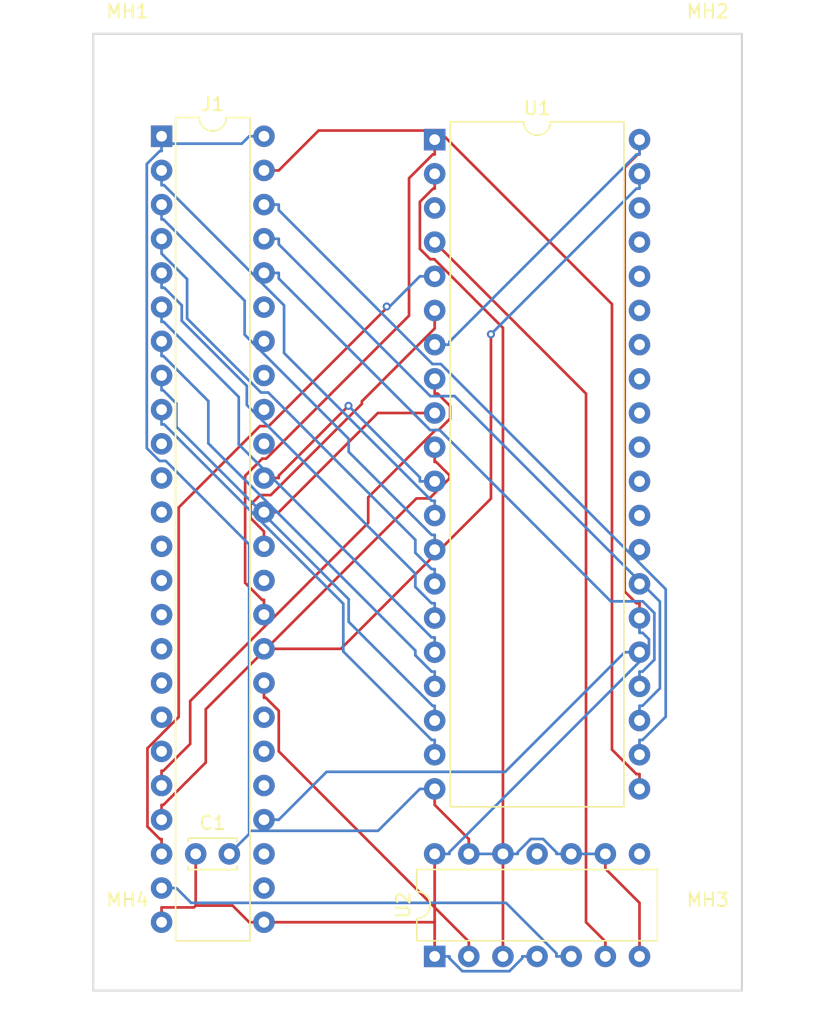
<source format=kicad_pcb>
(kicad_pcb (version 20171130) (host pcbnew 5.1.5+dfsg1-2build2)

  (general
    (thickness 1.6)
    (drawings 4)
    (tracks 281)
    (zones 0)
    (modules 8)
    (nets 64)
  )

  (page A4)
  (layers
    (0 F.Cu signal)
    (31 B.Cu signal)
    (32 B.Adhes user)
    (33 F.Adhes user)
    (34 B.Paste user)
    (35 F.Paste user)
    (36 B.SilkS user)
    (37 F.SilkS user)
    (38 B.Mask user)
    (39 F.Mask user)
    (40 Dwgs.User user)
    (41 Cmts.User user)
    (42 Eco1.User user)
    (43 Eco2.User user)
    (44 Edge.Cuts user)
    (45 Margin user)
    (46 B.CrtYd user)
    (47 F.CrtYd user)
    (48 B.Fab user)
    (49 F.Fab user)
  )

  (setup
    (last_trace_width 0.2)
    (user_trace_width 0.2)
    (user_trace_width 0.4)
    (user_trace_width 0.6)
    (user_trace_width 0.8)
    (user_trace_width 1)
    (user_trace_width 1.2)
    (user_trace_width 1.6)
    (user_trace_width 2)
    (trace_clearance 0.2)
    (zone_clearance 0.35)
    (zone_45_only no)
    (trace_min 0.1524)
    (via_size 0.6)
    (via_drill 0.3)
    (via_min_size 0.5)
    (via_min_drill 0.2)
    (user_via 0.9 0.5)
    (user_via 1.2 0.8)
    (user_via 1.4 0.9)
    (user_via 1.5 1)
    (uvia_size 0.3)
    (uvia_drill 0.1)
    (uvias_allowed no)
    (uvia_min_size 0.2)
    (uvia_min_drill 0.1)
    (edge_width 0.15)
    (segment_width 0.2)
    (pcb_text_width 0.3)
    (pcb_text_size 1.5 1.5)
    (mod_edge_width 0.15)
    (mod_text_size 1 1)
    (mod_text_width 0.15)
    (pad_size 3.2 3.2)
    (pad_drill 3.2)
    (pad_to_mask_clearance 0.051)
    (solder_mask_min_width 0.25)
    (aux_axis_origin 101 70)
    (grid_origin 101 70)
    (visible_elements FFFDFF7F)
    (pcbplotparams
      (layerselection 0x010fc_ffffffff)
      (usegerberextensions false)
      (usegerberattributes false)
      (usegerberadvancedattributes false)
      (creategerberjobfile false)
      (excludeedgelayer true)
      (linewidth 0.100000)
      (plotframeref false)
      (viasonmask false)
      (mode 1)
      (useauxorigin false)
      (hpglpennumber 1)
      (hpglpenspeed 20)
      (hpglpendiameter 15.000000)
      (psnegative false)
      (psa4output false)
      (plotreference true)
      (plotvalue true)
      (plotinvisibletext false)
      (padsonsilk false)
      (subtractmaskfromsilk false)
      (outputformat 1)
      (mirror false)
      (drillshape 1)
      (scaleselection 1)
      (outputdirectory ""))
  )

  (net 0 "")
  (net 1 GND)
  (net 2 VCC)
  (net 3 /P50)
  (net 4 /P53)
  (net 5 "Net-(J1-Pad30)")
  (net 6 /P51)
  (net 7 "Net-(J1-Pad17)")
  (net 8 /P52)
  (net 9 "Net-(J1-Pad27)")
  (net 10 "Net-(J1-Pad18)")
  (net 11 "Net-(J1-Pad31)")
  (net 12 /P55)
  (net 13 "Net-(J1-Pad29)")
  (net 14 /P46)
  (net 15 "Net-(J1-Pad26)")
  (net 16 "Net-(J1-Pad19)")
  (net 17 "Net-(J1-Pad16)")
  (net 18 /P20)
  (net 19 "Net-(J1-Pad15)")
  (net 20 /P21)
  (net 21 "Net-(J1-Pad14)")
  (net 22 /P22)
  (net 23 "Net-(J1-Pad13)")
  (net 24 /P23)
  (net 25 "Net-(J1-Pad12)")
  (net 26 "Net-(J1-Pad43)")
  (net 27 "Net-(J1-Pad11)")
  (net 28 "Net-(J1-Pad42)")
  (net 29 "Net-(J1-Pad10)")
  (net 30 "Net-(J1-Pad41)")
  (net 31 /P17)
  (net 32 "Net-(J1-Pad40)")
  (net 33 /P16)
  (net 34 "Net-(J1-Pad39)")
  (net 35 /P15)
  (net 36 /P40)
  (net 37 /P14)
  (net 38 /P41)
  (net 39 /P13)
  (net 40 /P42)
  (net 41 /P12)
  (net 42 "Net-(J1-Pad35)")
  (net 43 /P11)
  (net 44 /P44)
  (net 45 /P10)
  (net 46 /P45)
  (net 47 "Net-(U1-Pad38)")
  (net 48 "Net-(U1-Pad37)")
  (net 49 "Net-(U1-Pad36)")
  (net 50 "Net-(U1-Pad35)")
  (net 51 "Net-(U1-Pad34)")
  (net 52 "Net-(U1-Pad33)")
  (net 53 "Net-(U1-Pad32)")
  (net 54 "Net-(U1-Pad31)")
  (net 55 "Net-(U1-Pad30)")
  (net 56 "Net-(U1-Pad29)")
  (net 57 "Net-(U1-Pad28)")
  (net 58 "Net-(U1-Pad27)")
  (net 59 "Net-(U1-Pad4)")
  (net 60 "Net-(U1-Pad3)")
  (net 61 "Net-(U1-Pad2)")
  (net 62 "Net-(U2-Pad11)")
  (net 63 "Net-(U2-Pad8)")

  (net_class Default "This is the default net class."
    (clearance 0.2)
    (trace_width 0.2)
    (via_dia 0.6)
    (via_drill 0.3)
    (uvia_dia 0.3)
    (uvia_drill 0.1)
    (diff_pair_width 0.2)
    (diff_pair_gap 0.2)
    (add_net /P10)
    (add_net /P11)
    (add_net /P12)
    (add_net /P13)
    (add_net /P14)
    (add_net /P15)
    (add_net /P16)
    (add_net /P17)
    (add_net /P20)
    (add_net /P21)
    (add_net /P22)
    (add_net /P23)
    (add_net /P40)
    (add_net /P41)
    (add_net /P42)
    (add_net /P44)
    (add_net /P45)
    (add_net /P46)
    (add_net /P50)
    (add_net /P51)
    (add_net /P52)
    (add_net /P53)
    (add_net /P55)
    (add_net GND)
    (add_net "Net-(J1-Pad10)")
    (add_net "Net-(J1-Pad11)")
    (add_net "Net-(J1-Pad12)")
    (add_net "Net-(J1-Pad13)")
    (add_net "Net-(J1-Pad14)")
    (add_net "Net-(J1-Pad15)")
    (add_net "Net-(J1-Pad16)")
    (add_net "Net-(J1-Pad17)")
    (add_net "Net-(J1-Pad18)")
    (add_net "Net-(J1-Pad19)")
    (add_net "Net-(J1-Pad26)")
    (add_net "Net-(J1-Pad27)")
    (add_net "Net-(J1-Pad29)")
    (add_net "Net-(J1-Pad30)")
    (add_net "Net-(J1-Pad31)")
    (add_net "Net-(J1-Pad35)")
    (add_net "Net-(J1-Pad39)")
    (add_net "Net-(J1-Pad40)")
    (add_net "Net-(J1-Pad41)")
    (add_net "Net-(J1-Pad42)")
    (add_net "Net-(J1-Pad43)")
    (add_net "Net-(U1-Pad2)")
    (add_net "Net-(U1-Pad27)")
    (add_net "Net-(U1-Pad28)")
    (add_net "Net-(U1-Pad29)")
    (add_net "Net-(U1-Pad3)")
    (add_net "Net-(U1-Pad30)")
    (add_net "Net-(U1-Pad31)")
    (add_net "Net-(U1-Pad32)")
    (add_net "Net-(U1-Pad33)")
    (add_net "Net-(U1-Pad34)")
    (add_net "Net-(U1-Pad35)")
    (add_net "Net-(U1-Pad36)")
    (add_net "Net-(U1-Pad37)")
    (add_net "Net-(U1-Pad38)")
    (add_net "Net-(U1-Pad4)")
    (add_net "Net-(U2-Pad11)")
    (add_net "Net-(U2-Pad8)")
    (add_net VCC)
  )

  (module Package_DIP:DIP-14_W7.62mm (layer F.Cu) (tedit 5A02E8C5) (tstamp 61E6D9F4)
    (at 123.86 136.04 90)
    (descr "14-lead though-hole mounted DIP package, row spacing 7.62 mm (300 mils)")
    (tags "THT DIP DIL PDIP 2.54mm 7.62mm 300mil")
    (path /618CEFAB)
    (fp_text reference U2 (at 3.81 -2.33 90) (layer F.SilkS)
      (effects (font (size 1 1) (thickness 0.15)))
    )
    (fp_text value 74HCT126 (at 3.81 17.57 90) (layer F.Fab)
      (effects (font (size 1 1) (thickness 0.15)))
    )
    (fp_text user %R (at 3.81 7.62 90) (layer F.Fab)
      (effects (font (size 1 1) (thickness 0.15)))
    )
    (fp_line (start 8.7 -1.55) (end -1.1 -1.55) (layer F.CrtYd) (width 0.05))
    (fp_line (start 8.7 16.8) (end 8.7 -1.55) (layer F.CrtYd) (width 0.05))
    (fp_line (start -1.1 16.8) (end 8.7 16.8) (layer F.CrtYd) (width 0.05))
    (fp_line (start -1.1 -1.55) (end -1.1 16.8) (layer F.CrtYd) (width 0.05))
    (fp_line (start 6.46 -1.33) (end 4.81 -1.33) (layer F.SilkS) (width 0.12))
    (fp_line (start 6.46 16.57) (end 6.46 -1.33) (layer F.SilkS) (width 0.12))
    (fp_line (start 1.16 16.57) (end 6.46 16.57) (layer F.SilkS) (width 0.12))
    (fp_line (start 1.16 -1.33) (end 1.16 16.57) (layer F.SilkS) (width 0.12))
    (fp_line (start 2.81 -1.33) (end 1.16 -1.33) (layer F.SilkS) (width 0.12))
    (fp_line (start 0.635 -0.27) (end 1.635 -1.27) (layer F.Fab) (width 0.1))
    (fp_line (start 0.635 16.51) (end 0.635 -0.27) (layer F.Fab) (width 0.1))
    (fp_line (start 6.985 16.51) (end 0.635 16.51) (layer F.Fab) (width 0.1))
    (fp_line (start 6.985 -1.27) (end 6.985 16.51) (layer F.Fab) (width 0.1))
    (fp_line (start 1.635 -1.27) (end 6.985 -1.27) (layer F.Fab) (width 0.1))
    (fp_arc (start 3.81 -1.33) (end 2.81 -1.33) (angle -180) (layer F.SilkS) (width 0.12))
    (pad 14 thru_hole oval (at 7.62 0 90) (size 1.6 1.6) (drill 0.8) (layers *.Cu *.Mask)
      (net 2 VCC))
    (pad 7 thru_hole oval (at 0 15.24 90) (size 1.6 1.6) (drill 0.8) (layers *.Cu *.Mask)
      (net 1 GND))
    (pad 13 thru_hole oval (at 7.62 2.54 90) (size 1.6 1.6) (drill 0.8) (layers *.Cu *.Mask)
      (net 1 GND))
    (pad 6 thru_hole oval (at 0 12.7 90) (size 1.6 1.6) (drill 0.8) (layers *.Cu *.Mask)
      (net 59 "Net-(U1-Pad4)"))
    (pad 12 thru_hole oval (at 7.62 5.08 90) (size 1.6 1.6) (drill 0.8) (layers *.Cu *.Mask)
      (net 1 GND))
    (pad 5 thru_hole oval (at 0 10.16 90) (size 1.6 1.6) (drill 0.8) (layers *.Cu *.Mask)
      (net 4 /P53))
    (pad 11 thru_hole oval (at 7.62 7.62 90) (size 1.6 1.6) (drill 0.8) (layers *.Cu *.Mask)
      (net 62 "Net-(U2-Pad11)"))
    (pad 4 thru_hole oval (at 0 7.62 90) (size 1.6 1.6) (drill 0.8) (layers *.Cu *.Mask)
      (net 2 VCC))
    (pad 10 thru_hole oval (at 7.62 10.16 90) (size 1.6 1.6) (drill 0.8) (layers *.Cu *.Mask)
      (net 1 GND))
    (pad 3 thru_hole oval (at 0 5.08 90) (size 1.6 1.6) (drill 0.8) (layers *.Cu *.Mask)
      (net 61 "Net-(U1-Pad2)"))
    (pad 9 thru_hole oval (at 7.62 12.7 90) (size 1.6 1.6) (drill 0.8) (layers *.Cu *.Mask)
      (net 1 GND))
    (pad 2 thru_hole oval (at 0 2.54 90) (size 1.6 1.6) (drill 0.8) (layers *.Cu *.Mask)
      (net 14 /P46))
    (pad 8 thru_hole oval (at 7.62 15.24 90) (size 1.6 1.6) (drill 0.8) (layers *.Cu *.Mask)
      (net 63 "Net-(U2-Pad8)"))
    (pad 1 thru_hole rect (at 0 0 90) (size 1.6 1.6) (drill 0.8) (layers *.Cu *.Mask)
      (net 2 VCC))
    (model ${KISYS3DMOD}/Package_DIP.3dshapes/DIP-14_W7.62mm.wrl
      (at (xyz 0 0 0))
      (scale (xyz 1 1 1))
      (rotate (xyz 0 0 0))
    )
  )

  (module Package_DIP:DIP-40_W15.24mm (layer F.Cu) (tedit 5A02E8C5) (tstamp 61E6D9D2)
    (at 123.86 75.33)
    (descr "40-lead though-hole mounted DIP package, row spacing 15.24 mm (600 mils)")
    (tags "THT DIP DIL PDIP 2.54mm 15.24mm 600mil")
    (path /62675BD9)
    (fp_text reference U1 (at 7.62 -2.33) (layer F.SilkS)
      (effects (font (size 1 1) (thickness 0.15)))
    )
    (fp_text value MSM80C39RS (at 7.62 50.59) (layer F.Fab)
      (effects (font (size 1 1) (thickness 0.15)))
    )
    (fp_text user %R (at 7.62 24.13) (layer F.Fab)
      (effects (font (size 1 1) (thickness 0.15)))
    )
    (fp_line (start 16.3 -1.55) (end -1.05 -1.55) (layer F.CrtYd) (width 0.05))
    (fp_line (start 16.3 49.8) (end 16.3 -1.55) (layer F.CrtYd) (width 0.05))
    (fp_line (start -1.05 49.8) (end 16.3 49.8) (layer F.CrtYd) (width 0.05))
    (fp_line (start -1.05 -1.55) (end -1.05 49.8) (layer F.CrtYd) (width 0.05))
    (fp_line (start 14.08 -1.33) (end 8.62 -1.33) (layer F.SilkS) (width 0.12))
    (fp_line (start 14.08 49.59) (end 14.08 -1.33) (layer F.SilkS) (width 0.12))
    (fp_line (start 1.16 49.59) (end 14.08 49.59) (layer F.SilkS) (width 0.12))
    (fp_line (start 1.16 -1.33) (end 1.16 49.59) (layer F.SilkS) (width 0.12))
    (fp_line (start 6.62 -1.33) (end 1.16 -1.33) (layer F.SilkS) (width 0.12))
    (fp_line (start 0.255 -0.27) (end 1.255 -1.27) (layer F.Fab) (width 0.1))
    (fp_line (start 0.255 49.53) (end 0.255 -0.27) (layer F.Fab) (width 0.1))
    (fp_line (start 14.985 49.53) (end 0.255 49.53) (layer F.Fab) (width 0.1))
    (fp_line (start 14.985 -1.27) (end 14.985 49.53) (layer F.Fab) (width 0.1))
    (fp_line (start 1.255 -1.27) (end 14.985 -1.27) (layer F.Fab) (width 0.1))
    (fp_arc (start 7.62 -1.33) (end 6.62 -1.33) (angle -180) (layer F.SilkS) (width 0.12))
    (pad 40 thru_hole oval (at 15.24 0) (size 1.6 1.6) (drill 0.8) (layers *.Cu *.Mask)
      (net 2 VCC))
    (pad 20 thru_hole oval (at 0 48.26) (size 1.6 1.6) (drill 0.8) (layers *.Cu *.Mask)
      (net 1 GND))
    (pad 39 thru_hole oval (at 15.24 2.54) (size 1.6 1.6) (drill 0.8) (layers *.Cu *.Mask)
      (net 46 /P45))
    (pad 19 thru_hole oval (at 0 45.72) (size 1.6 1.6) (drill 0.8) (layers *.Cu *.Mask)
      (net 31 /P17))
    (pad 38 thru_hole oval (at 15.24 5.08) (size 1.6 1.6) (drill 0.8) (layers *.Cu *.Mask)
      (net 47 "Net-(U1-Pad38)"))
    (pad 18 thru_hole oval (at 0 43.18) (size 1.6 1.6) (drill 0.8) (layers *.Cu *.Mask)
      (net 33 /P16))
    (pad 37 thru_hole oval (at 15.24 7.62) (size 1.6 1.6) (drill 0.8) (layers *.Cu *.Mask)
      (net 48 "Net-(U1-Pad37)"))
    (pad 17 thru_hole oval (at 0 40.64) (size 1.6 1.6) (drill 0.8) (layers *.Cu *.Mask)
      (net 35 /P15))
    (pad 36 thru_hole oval (at 15.24 10.16) (size 1.6 1.6) (drill 0.8) (layers *.Cu *.Mask)
      (net 49 "Net-(U1-Pad36)"))
    (pad 16 thru_hole oval (at 0 38.1) (size 1.6 1.6) (drill 0.8) (layers *.Cu *.Mask)
      (net 37 /P14))
    (pad 35 thru_hole oval (at 15.24 12.7) (size 1.6 1.6) (drill 0.8) (layers *.Cu *.Mask)
      (net 50 "Net-(U1-Pad35)"))
    (pad 15 thru_hole oval (at 0 35.56) (size 1.6 1.6) (drill 0.8) (layers *.Cu *.Mask)
      (net 39 /P13))
    (pad 34 thru_hole oval (at 15.24 15.24) (size 1.6 1.6) (drill 0.8) (layers *.Cu *.Mask)
      (net 51 "Net-(U1-Pad34)"))
    (pad 14 thru_hole oval (at 0 33.02) (size 1.6 1.6) (drill 0.8) (layers *.Cu *.Mask)
      (net 41 /P12))
    (pad 33 thru_hole oval (at 15.24 17.78) (size 1.6 1.6) (drill 0.8) (layers *.Cu *.Mask)
      (net 52 "Net-(U1-Pad33)"))
    (pad 13 thru_hole oval (at 0 30.48) (size 1.6 1.6) (drill 0.8) (layers *.Cu *.Mask)
      (net 43 /P11))
    (pad 32 thru_hole oval (at 15.24 20.32) (size 1.6 1.6) (drill 0.8) (layers *.Cu *.Mask)
      (net 53 "Net-(U1-Pad32)"))
    (pad 12 thru_hole oval (at 0 27.94) (size 1.6 1.6) (drill 0.8) (layers *.Cu *.Mask)
      (net 45 /P10))
    (pad 31 thru_hole oval (at 15.24 22.86) (size 1.6 1.6) (drill 0.8) (layers *.Cu *.Mask)
      (net 54 "Net-(U1-Pad31)"))
    (pad 11 thru_hole oval (at 0 25.4) (size 1.6 1.6) (drill 0.8) (layers *.Cu *.Mask)
      (net 36 /P40))
    (pad 30 thru_hole oval (at 15.24 25.4) (size 1.6 1.6) (drill 0.8) (layers *.Cu *.Mask)
      (net 55 "Net-(U1-Pad30)"))
    (pad 10 thru_hole oval (at 0 22.86) (size 1.6 1.6) (drill 0.8) (layers *.Cu *.Mask)
      (net 6 /P51))
    (pad 29 thru_hole oval (at 15.24 27.94) (size 1.6 1.6) (drill 0.8) (layers *.Cu *.Mask)
      (net 56 "Net-(U1-Pad29)"))
    (pad 9 thru_hole oval (at 0 20.32) (size 1.6 1.6) (drill 0.8) (layers *.Cu *.Mask)
      (net 38 /P41))
    (pad 28 thru_hole oval (at 15.24 30.48) (size 1.6 1.6) (drill 0.8) (layers *.Cu *.Mask)
      (net 57 "Net-(U1-Pad28)"))
    (pad 8 thru_hole oval (at 0 17.78) (size 1.6 1.6) (drill 0.8) (layers *.Cu *.Mask)
      (net 3 /P50))
    (pad 27 thru_hole oval (at 15.24 33.02) (size 1.6 1.6) (drill 0.8) (layers *.Cu *.Mask)
      (net 58 "Net-(U1-Pad27)"))
    (pad 7 thru_hole oval (at 0 15.24) (size 1.6 1.6) (drill 0.8) (layers *.Cu *.Mask)
      (net 2 VCC))
    (pad 26 thru_hole oval (at 15.24 35.56) (size 1.6 1.6) (drill 0.8) (layers *.Cu *.Mask)
      (net 2 VCC))
    (pad 6 thru_hole oval (at 0 12.7) (size 1.6 1.6) (drill 0.8) (layers *.Cu *.Mask)
      (net 40 /P42))
    (pad 25 thru_hole oval (at 15.24 38.1) (size 1.6 1.6) (drill 0.8) (layers *.Cu *.Mask)
      (net 12 /P55))
    (pad 5 thru_hole oval (at 0 10.16) (size 1.6 1.6) (drill 0.8) (layers *.Cu *.Mask)
      (net 8 /P52))
    (pad 24 thru_hole oval (at 15.24 40.64) (size 1.6 1.6) (drill 0.8) (layers *.Cu *.Mask)
      (net 24 /P23))
    (pad 4 thru_hole oval (at 0 7.62) (size 1.6 1.6) (drill 0.8) (layers *.Cu *.Mask)
      (net 59 "Net-(U1-Pad4)"))
    (pad 23 thru_hole oval (at 15.24 43.18) (size 1.6 1.6) (drill 0.8) (layers *.Cu *.Mask)
      (net 22 /P22))
    (pad 3 thru_hole oval (at 0 5.08) (size 1.6 1.6) (drill 0.8) (layers *.Cu *.Mask)
      (net 60 "Net-(U1-Pad3)"))
    (pad 22 thru_hole oval (at 15.24 45.72) (size 1.6 1.6) (drill 0.8) (layers *.Cu *.Mask)
      (net 20 /P21))
    (pad 2 thru_hole oval (at 0 2.54) (size 1.6 1.6) (drill 0.8) (layers *.Cu *.Mask)
      (net 61 "Net-(U1-Pad2)"))
    (pad 21 thru_hole oval (at 15.24 48.26) (size 1.6 1.6) (drill 0.8) (layers *.Cu *.Mask)
      (net 18 /P20))
    (pad 1 thru_hole rect (at 0 0) (size 1.6 1.6) (drill 0.8) (layers *.Cu *.Mask)
      (net 44 /P44))
    (model ${KISYS3DMOD}/Package_DIP.3dshapes/DIP-40_W15.24mm.wrl
      (at (xyz 0 0 0))
      (scale (xyz 1 1 1))
      (rotate (xyz 0 0 0))
    )
  )

  (module 0-LocalLibrary:DIP-48_W7.62mm (layer F.Cu) (tedit 6198C9C5) (tstamp 61E6D996)
    (at 103.54 75.08)
    (descr "48-lead dip package, row spacing 7.62 mm (300 mils)")
    (tags "DIL DIP PDIP 2.54mm 7.62mm 300mill")
    (path /62676F79)
    (fp_text reference J1 (at 3.81 -2.39) (layer F.SilkS)
      (effects (font (size 1 1) (thickness 0.15)))
    )
    (fp_text value BionicConnector (at 5.08 60.96) (layer F.Fab)
      (effects (font (size 1 1) (thickness 0.15)))
    )
    (fp_line (start 8.68 60.02) (end 8.68 18.72) (layer F.CrtYd) (width 0.05))
    (fp_line (start 7.365 59.69) (end 0.255 59.69) (layer F.Fab) (width 0.1))
    (fp_line (start 0.255 59.69) (end 0.255 20.05) (layer F.Fab) (width 0.1))
    (fp_line (start -1.1 60.02) (end 8.68 60.02) (layer F.CrtYd) (width 0.05))
    (fp_line (start -1.1 18.72) (end -1.1 60.02) (layer F.CrtYd) (width 0.05))
    (fp_line (start 6.58 59.81) (end 6.58 18.93) (layer F.SilkS) (width 0.12))
    (fp_line (start 1.04 59.81) (end 6.58 59.81) (layer F.SilkS) (width 0.12))
    (fp_line (start 1.04 18.93) (end 1.04 59.81) (layer F.SilkS) (width 0.12))
    (fp_line (start 7.365 19.05) (end 7.365 59.69) (layer F.Fab) (width 0.1))
    (fp_arc (start 3.81 -1.39) (end 2.81 -1.39) (angle -180) (layer F.SilkS) (width 0.12))
    (fp_line (start 8.68 -1.6) (end -1.1 -1.6) (layer F.CrtYd) (width 0.05))
    (fp_line (start 8.68 39.7) (end 8.68 -1.6) (layer F.CrtYd) (width 0.05))
    (fp_line (start -1.1 -1.6) (end -1.1 39.7) (layer F.CrtYd) (width 0.05))
    (fp_line (start 6.58 -1.39) (end 4.81 -1.39) (layer F.SilkS) (width 0.12))
    (fp_line (start 6.58 39.49) (end 6.58 -1.39) (layer F.SilkS) (width 0.12))
    (fp_line (start 1.04 -1.39) (end 1.04 39.49) (layer F.SilkS) (width 0.12))
    (fp_line (start 2.81 -1.39) (end 1.04 -1.39) (layer F.SilkS) (width 0.12))
    (fp_line (start 0.255 -0.27) (end 1.255 -1.27) (layer F.Fab) (width 0.1))
    (fp_line (start 0.255 39.37) (end 0.255 -0.27) (layer F.Fab) (width 0.1))
    (fp_line (start 7.365 -1.27) (end 7.365 39.37) (layer F.Fab) (width 0.1))
    (fp_line (start 1.255 -1.27) (end 7.365 -1.27) (layer F.Fab) (width 0.1))
    (fp_text user %R (at 3.81 19.05) (layer F.Fab)
      (effects (font (size 1 1) (thickness 0.15)))
    )
    (pad 20 thru_hole oval (at 0 48.26) (size 1.6 1.6) (drill 0.8) (layers *.Cu *.Mask)
      (net 3 /P50))
    (pad 24 thru_hole oval (at 0 58.42) (size 1.6 1.6) (drill 0.8) (layers *.Cu *.Mask)
      (net 2 VCC))
    (pad 25 thru_hole oval (at 7.62 58.42) (size 1.6 1.6) (drill 0.8) (layers *.Cu *.Mask)
      (net 2 VCC))
    (pad 23 thru_hole oval (at 0 55.88) (size 1.6 1.6) (drill 0.8) (layers *.Cu *.Mask)
      (net 4 /P53))
    (pad 30 thru_hole oval (at 7.62 45.72) (size 1.6 1.6) (drill 0.8) (layers *.Cu *.Mask)
      (net 5 "Net-(J1-Pad30)"))
    (pad 21 thru_hole oval (at 0 50.8) (size 1.6 1.6) (drill 0.8) (layers *.Cu *.Mask)
      (net 6 /P51))
    (pad 17 thru_hole oval (at 0 40.64) (size 1.6 1.6) (drill 0.8) (layers *.Cu *.Mask)
      (net 7 "Net-(J1-Pad17)"))
    (pad 22 thru_hole oval (at 0 53.34) (size 1.6 1.6) (drill 0.8) (layers *.Cu *.Mask)
      (net 8 /P52))
    (pad 27 thru_hole oval (at 7.62 53.34) (size 1.6 1.6) (drill 0.8) (layers *.Cu *.Mask)
      (net 9 "Net-(J1-Pad27)"))
    (pad 18 thru_hole oval (at 0 43.18) (size 1.6 1.6) (drill 0.8) (layers *.Cu *.Mask)
      (net 10 "Net-(J1-Pad18)"))
    (pad 31 thru_hole oval (at 7.62 43.18) (size 1.6 1.6) (drill 0.8) (layers *.Cu *.Mask)
      (net 11 "Net-(J1-Pad31)"))
    (pad 28 thru_hole oval (at 7.62 50.8) (size 1.6 1.6) (drill 0.8) (layers *.Cu *.Mask)
      (net 12 /P55))
    (pad 29 thru_hole oval (at 7.62 48.26) (size 1.6 1.6) (drill 0.8) (layers *.Cu *.Mask)
      (net 13 "Net-(J1-Pad29)"))
    (pad 32 thru_hole oval (at 7.62 40.64) (size 1.6 1.6) (drill 0.8) (layers *.Cu *.Mask)
      (net 14 /P46))
    (pad 26 thru_hole oval (at 7.62 55.88) (size 1.6 1.6) (drill 0.8) (layers *.Cu *.Mask)
      (net 15 "Net-(J1-Pad26)"))
    (pad 19 thru_hole oval (at 0 45.72) (size 1.6 1.6) (drill 0.8) (layers *.Cu *.Mask)
      (net 16 "Net-(J1-Pad19)"))
    (pad 48 thru_hole oval (at 7.62 0) (size 1.6 1.6) (drill 0.8) (layers *.Cu *.Mask)
      (net 1 GND))
    (pad 16 thru_hole oval (at 0 38.1) (size 1.6 1.6) (drill 0.8) (layers *.Cu *.Mask)
      (net 17 "Net-(J1-Pad16)"))
    (pad 47 thru_hole oval (at 7.62 2.54) (size 1.6 1.6) (drill 0.8) (layers *.Cu *.Mask)
      (net 18 /P20))
    (pad 15 thru_hole oval (at 0 35.56) (size 1.6 1.6) (drill 0.8) (layers *.Cu *.Mask)
      (net 19 "Net-(J1-Pad15)"))
    (pad 46 thru_hole oval (at 7.62 5.08) (size 1.6 1.6) (drill 0.8) (layers *.Cu *.Mask)
      (net 20 /P21))
    (pad 14 thru_hole oval (at 0 33.02) (size 1.6 1.6) (drill 0.8) (layers *.Cu *.Mask)
      (net 21 "Net-(J1-Pad14)"))
    (pad 45 thru_hole oval (at 7.62 7.62) (size 1.6 1.6) (drill 0.8) (layers *.Cu *.Mask)
      (net 22 /P22))
    (pad 13 thru_hole oval (at 0 30.48) (size 1.6 1.6) (drill 0.8) (layers *.Cu *.Mask)
      (net 23 "Net-(J1-Pad13)"))
    (pad 44 thru_hole oval (at 7.62 10.16) (size 1.6 1.6) (drill 0.8) (layers *.Cu *.Mask)
      (net 24 /P23))
    (pad 12 thru_hole oval (at 0 27.94) (size 1.6 1.6) (drill 0.8) (layers *.Cu *.Mask)
      (net 25 "Net-(J1-Pad12)"))
    (pad 43 thru_hole oval (at 7.62 12.7) (size 1.6 1.6) (drill 0.8) (layers *.Cu *.Mask)
      (net 26 "Net-(J1-Pad43)"))
    (pad 11 thru_hole oval (at 0 25.4) (size 1.6 1.6) (drill 0.8) (layers *.Cu *.Mask)
      (net 27 "Net-(J1-Pad11)"))
    (pad 42 thru_hole oval (at 7.62 15.24) (size 1.6 1.6) (drill 0.8) (layers *.Cu *.Mask)
      (net 28 "Net-(J1-Pad42)"))
    (pad 10 thru_hole oval (at 0 22.86) (size 1.6 1.6) (drill 0.8) (layers *.Cu *.Mask)
      (net 29 "Net-(J1-Pad10)"))
    (pad 41 thru_hole oval (at 7.62 17.78) (size 1.6 1.6) (drill 0.8) (layers *.Cu *.Mask)
      (net 30 "Net-(J1-Pad41)"))
    (pad 9 thru_hole oval (at 0 20.32) (size 1.6 1.6) (drill 0.8) (layers *.Cu *.Mask)
      (net 31 /P17))
    (pad 40 thru_hole oval (at 7.62 20.32) (size 1.6 1.6) (drill 0.8) (layers *.Cu *.Mask)
      (net 32 "Net-(J1-Pad40)"))
    (pad 8 thru_hole oval (at 0 17.78) (size 1.6 1.6) (drill 0.8) (layers *.Cu *.Mask)
      (net 33 /P16))
    (pad 39 thru_hole oval (at 7.62 22.86) (size 1.6 1.6) (drill 0.8) (layers *.Cu *.Mask)
      (net 34 "Net-(J1-Pad39)"))
    (pad 7 thru_hole oval (at 0 15.24) (size 1.6 1.6) (drill 0.8) (layers *.Cu *.Mask)
      (net 35 /P15))
    (pad 38 thru_hole oval (at 7.62 25.4) (size 1.6 1.6) (drill 0.8) (layers *.Cu *.Mask)
      (net 36 /P40))
    (pad 6 thru_hole oval (at 0 12.7) (size 1.6 1.6) (drill 0.8) (layers *.Cu *.Mask)
      (net 37 /P14))
    (pad 37 thru_hole oval (at 7.62 27.94) (size 1.6 1.6) (drill 0.8) (layers *.Cu *.Mask)
      (net 38 /P41))
    (pad 5 thru_hole oval (at 0 10.16) (size 1.6 1.6) (drill 0.8) (layers *.Cu *.Mask)
      (net 39 /P13))
    (pad 36 thru_hole oval (at 7.62 30.48) (size 1.6 1.6) (drill 0.8) (layers *.Cu *.Mask)
      (net 40 /P42))
    (pad 4 thru_hole oval (at 0 7.62) (size 1.6 1.6) (drill 0.8) (layers *.Cu *.Mask)
      (net 41 /P12))
    (pad 35 thru_hole oval (at 7.62 33.02) (size 1.6 1.6) (drill 0.8) (layers *.Cu *.Mask)
      (net 42 "Net-(J1-Pad35)"))
    (pad 3 thru_hole oval (at 0 5.08) (size 1.6 1.6) (drill 0.8) (layers *.Cu *.Mask)
      (net 43 /P11))
    (pad 34 thru_hole oval (at 7.62 35.56) (size 1.6 1.6) (drill 0.8) (layers *.Cu *.Mask)
      (net 44 /P44))
    (pad 2 thru_hole oval (at 0 2.54) (size 1.6 1.6) (drill 0.8) (layers *.Cu *.Mask)
      (net 45 /P10))
    (pad 33 thru_hole oval (at 7.62 38.1) (size 1.6 1.6) (drill 0.8) (layers *.Cu *.Mask)
      (net 46 /P45))
    (pad 1 thru_hole rect (at 0 0) (size 1.6 1.6) (drill 0.8) (layers *.Cu *.Mask)
      (net 1 GND))
    (model ${KISYS3DMOD}/Package_DIP.3dshapes/DIP-32_W7.62mm.wrl
      (at (xyz 0 0 0))
      (scale (xyz 1 1 1))
      (rotate (xyz 0 0 0))
    )
  )

  (module Capacitor_THT:C_Disc_D3.4mm_W2.1mm_P2.50mm (layer F.Cu) (tedit 5AE50EF0) (tstamp 61E6DBC7)
    (at 106.08 128.42)
    (descr "C, Disc series, Radial, pin pitch=2.50mm, , diameter*width=3.4*2.1mm^2, Capacitor, http://www.vishay.com/docs/45233/krseries.pdf")
    (tags "C Disc series Radial pin pitch 2.50mm  diameter 3.4mm width 2.1mm Capacitor")
    (path /5D0E12B4)
    (fp_text reference C1 (at 1.25 -2.3) (layer F.SilkS)
      (effects (font (size 1 1) (thickness 0.15)))
    )
    (fp_text value 0.1u (at 1.25 2.3) (layer F.Fab)
      (effects (font (size 1 1) (thickness 0.15)))
    )
    (fp_text user %R (at 1.25 0) (layer F.Fab)
      (effects (font (size 0.68 0.68) (thickness 0.102)))
    )
    (fp_line (start 3.55 -1.3) (end -1.05 -1.3) (layer F.CrtYd) (width 0.05))
    (fp_line (start 3.55 1.3) (end 3.55 -1.3) (layer F.CrtYd) (width 0.05))
    (fp_line (start -1.05 1.3) (end 3.55 1.3) (layer F.CrtYd) (width 0.05))
    (fp_line (start -1.05 -1.3) (end -1.05 1.3) (layer F.CrtYd) (width 0.05))
    (fp_line (start 3.07 0.925) (end 3.07 1.17) (layer F.SilkS) (width 0.12))
    (fp_line (start 3.07 -1.17) (end 3.07 -0.925) (layer F.SilkS) (width 0.12))
    (fp_line (start -0.57 0.925) (end -0.57 1.17) (layer F.SilkS) (width 0.12))
    (fp_line (start -0.57 -1.17) (end -0.57 -0.925) (layer F.SilkS) (width 0.12))
    (fp_line (start -0.57 1.17) (end 3.07 1.17) (layer F.SilkS) (width 0.12))
    (fp_line (start -0.57 -1.17) (end 3.07 -1.17) (layer F.SilkS) (width 0.12))
    (fp_line (start 2.95 -1.05) (end -0.45 -1.05) (layer F.Fab) (width 0.1))
    (fp_line (start 2.95 1.05) (end 2.95 -1.05) (layer F.Fab) (width 0.1))
    (fp_line (start -0.45 1.05) (end 2.95 1.05) (layer F.Fab) (width 0.1))
    (fp_line (start -0.45 -1.05) (end -0.45 1.05) (layer F.Fab) (width 0.1))
    (pad 2 thru_hole circle (at 2.5 0) (size 1.6 1.6) (drill 0.8) (layers *.Cu *.Mask)
      (net 1 GND))
    (pad 1 thru_hole circle (at 0 0) (size 1.6 1.6) (drill 0.8) (layers *.Cu *.Mask)
      (net 2 VCC))
    (model ${KISYS3DMOD}/Capacitor_THT.3dshapes/C_Disc_D3.4mm_W2.1mm_P2.50mm.wrl
      (at (xyz 0 0 0))
      (scale (xyz 1 1 1))
      (rotate (xyz 0 0 0))
    )
  )

  (module MountingHole:MountingHole_3.2mm_M3 (layer F.Cu) (tedit 56D1B4CB) (tstamp 618AA90D)
    (at 101 136.04)
    (descr "Mounting Hole 3.2mm, no annular, M3")
    (tags "mounting hole 3.2mm no annular m3")
    (attr virtual)
    (fp_text reference MH4 (at 0 -4.2) (layer F.SilkS)
      (effects (font (size 1 1) (thickness 0.15)))
    )
    (fp_text value MountingHole_3.2mm_M3 (at 0 4.2) (layer F.Fab)
      (effects (font (size 1 1) (thickness 0.15)))
    )
    (fp_circle (center 0 0) (end 3.45 0) (layer F.CrtYd) (width 0.05))
    (fp_circle (center 0 0) (end 3.2 0) (layer Cmts.User) (width 0.15))
    (fp_text user %R (at 0.3 0) (layer F.Fab)
      (effects (font (size 1 1) (thickness 0.15)))
    )
    (pad 1 np_thru_hole circle (at 0 0) (size 3.2 3.2) (drill 3.2) (layers *.Cu *.Mask))
  )

  (module MountingHole:MountingHole_3.2mm_M3 (layer F.Cu) (tedit 56D1B4CB) (tstamp 618AA8EF)
    (at 144.18 136.04)
    (descr "Mounting Hole 3.2mm, no annular, M3")
    (tags "mounting hole 3.2mm no annular m3")
    (attr virtual)
    (fp_text reference MH3 (at 0 -4.2) (layer F.SilkS)
      (effects (font (size 1 1) (thickness 0.15)))
    )
    (fp_text value MountingHole_3.2mm_M3 (at 0 4.2) (layer F.Fab)
      (effects (font (size 1 1) (thickness 0.15)))
    )
    (fp_circle (center 0 0) (end 3.45 0) (layer F.CrtYd) (width 0.05))
    (fp_circle (center 0 0) (end 3.2 0) (layer Cmts.User) (width 0.15))
    (fp_text user %R (at 0.3 0) (layer F.Fab)
      (effects (font (size 1 1) (thickness 0.15)))
    )
    (pad 1 np_thru_hole circle (at 0 0) (size 3.2 3.2) (drill 3.2) (layers *.Cu *.Mask))
  )

  (module MountingHole:MountingHole_3.2mm_M3 (layer F.Cu) (tedit 56D1B4CB) (tstamp 618AA8C0)
    (at 144.18 70)
    (descr "Mounting Hole 3.2mm, no annular, M3")
    (tags "mounting hole 3.2mm no annular m3")
    (attr virtual)
    (fp_text reference MH2 (at 0 -4.2) (layer F.SilkS)
      (effects (font (size 1 1) (thickness 0.15)))
    )
    (fp_text value MountingHole_3.2mm_M3 (at 0 4.2) (layer F.Fab)
      (effects (font (size 1 1) (thickness 0.15)))
    )
    (fp_circle (center 0 0) (end 3.45 0) (layer F.CrtYd) (width 0.05))
    (fp_circle (center 0 0) (end 3.2 0) (layer Cmts.User) (width 0.15))
    (fp_text user %R (at 0.3 0) (layer F.Fab)
      (effects (font (size 1 1) (thickness 0.15)))
    )
    (pad 1 np_thru_hole circle (at 0 0) (size 3.2 3.2) (drill 3.2) (layers *.Cu *.Mask))
  )

  (module MountingHole:MountingHole_3.2mm_M3 (layer F.Cu) (tedit 618A6455) (tstamp 618AA897)
    (at 101 70)
    (descr "Mounting Hole 3.2mm, no annular, M3")
    (tags "mounting hole 3.2mm no annular m3")
    (attr virtual)
    (fp_text reference MH1 (at 0 -4.2) (layer F.SilkS)
      (effects (font (size 1 1) (thickness 0.15)))
    )
    (fp_text value MountingHole_3.2mm_M3 (at 0 4.2) (layer F.Fab)
      (effects (font (size 1 1) (thickness 0.15)))
    )
    (fp_circle (center 0 0) (end 3.45 0) (layer F.CrtYd) (width 0.05))
    (fp_circle (center 0 0) (end 3.2 0) (layer Cmts.User) (width 0.15))
    (fp_text user %R (at 0.3 0) (layer F.Fab)
      (effects (font (size 1 1) (thickness 0.15)))
    )
    (pad "" np_thru_hole circle (at 0 0) (size 3.2 3.2) (drill 3.2) (layers *.Cu *.Mask))
  )

  (gr_line (start 98.46 138.58) (end 98.46 67.46) (layer Edge.Cuts) (width 0.15) (tstamp 618AA84D))
  (gr_line (start 146.72 138.58) (end 98.46 138.58) (layer Edge.Cuts) (width 0.15))
  (gr_line (start 146.72 67.46) (end 146.72 138.58) (layer Edge.Cuts) (width 0.15))
  (gr_line (start 98.46 67.46) (end 146.72 67.46) (layer Edge.Cuts) (width 0.15))

  (segment (start 111.16 75.08) (end 110.0597 75.08) (width 0.2) (layer B.Cu) (net 1))
  (segment (start 103.54 75.6301) (end 109.5096 75.6301) (width 0.2) (layer B.Cu) (net 1))
  (segment (start 109.5096 75.6301) (end 110.0597 75.08) (width 0.2) (layer B.Cu) (net 1))
  (segment (start 103.54 75.6301) (end 103.54 76.1803) (width 0.2) (layer B.Cu) (net 1))
  (segment (start 103.54 75.08) (end 103.54 75.6301) (width 0.2) (layer B.Cu) (net 1))
  (segment (start 110.055 126.705) (end 110.055 105.4172) (width 0.2) (layer B.Cu) (net 1))
  (segment (start 110.055 105.4172) (end 103.8478 99.21) (width 0.2) (layer B.Cu) (net 1))
  (segment (start 103.8478 99.21) (end 103.3856 99.21) (width 0.2) (layer B.Cu) (net 1))
  (segment (start 103.3856 99.21) (end 102.4397 98.2641) (width 0.2) (layer B.Cu) (net 1))
  (segment (start 102.4397 98.2641) (end 102.4397 77.1429) (width 0.2) (layer B.Cu) (net 1))
  (segment (start 102.4397 77.1429) (end 103.4023 76.1803) (width 0.2) (layer B.Cu) (net 1))
  (segment (start 103.4023 76.1803) (end 103.54 76.1803) (width 0.2) (layer B.Cu) (net 1))
  (segment (start 108.58 128.42) (end 110.055 126.945) (width 0.2) (layer B.Cu) (net 1))
  (segment (start 110.055 126.945) (end 110.055 126.705) (width 0.2) (layer B.Cu) (net 1))
  (segment (start 110.055 126.705) (end 119.6447 126.705) (width 0.2) (layer B.Cu) (net 1))
  (segment (start 119.6447 126.705) (end 122.7597 123.59) (width 0.2) (layer B.Cu) (net 1))
  (segment (start 128.94 128.42) (end 130.0403 128.42) (width 0.2) (layer B.Cu) (net 1))
  (segment (start 130.0403 128.42) (end 130.0403 128.2825) (width 0.2) (layer B.Cu) (net 1))
  (segment (start 130.0403 128.2825) (end 131.0081 127.3147) (width 0.2) (layer B.Cu) (net 1))
  (segment (start 131.0081 127.3147) (end 131.9284 127.3147) (width 0.2) (layer B.Cu) (net 1))
  (segment (start 131.9284 127.3147) (end 132.9197 128.306) (width 0.2) (layer B.Cu) (net 1))
  (segment (start 132.9197 128.306) (end 132.9197 128.42) (width 0.2) (layer B.Cu) (net 1))
  (segment (start 126.4 128.42) (end 128.94 128.42) (width 0.2) (layer B.Cu) (net 1))
  (segment (start 134.02 128.42) (end 132.9197 128.42) (width 0.2) (layer B.Cu) (net 1))
  (segment (start 136.56 128.42) (end 136.56 129.5203) (width 0.2) (layer F.Cu) (net 1))
  (segment (start 136.56 129.5203) (end 139.1 132.0603) (width 0.2) (layer F.Cu) (net 1))
  (segment (start 139.1 132.0603) (end 139.1 136.04) (width 0.2) (layer F.Cu) (net 1))
  (segment (start 136.56 128.42) (end 134.02 128.42) (width 0.2) (layer B.Cu) (net 1))
  (segment (start 126.4 128.42) (end 126.4 127.3197) (width 0.2) (layer F.Cu) (net 1))
  (segment (start 123.86 123.59) (end 123.86 124.7797) (width 0.2) (layer F.Cu) (net 1))
  (segment (start 123.86 124.7797) (end 126.4 127.3197) (width 0.2) (layer F.Cu) (net 1))
  (segment (start 123.86 123.59) (end 122.7597 123.59) (width 0.2) (layer B.Cu) (net 1))
  (segment (start 106.08 132.2648) (end 108.8245 132.2648) (width 0.2) (layer F.Cu) (net 2))
  (segment (start 108.8245 132.2648) (end 110.0597 133.5) (width 0.2) (layer F.Cu) (net 2))
  (segment (start 103.54 132.3997) (end 105.9451 132.3997) (width 0.2) (layer F.Cu) (net 2))
  (segment (start 105.9451 132.3997) (end 106.08 132.2648) (width 0.2) (layer F.Cu) (net 2))
  (segment (start 106.08 132.2648) (end 106.08 128.42) (width 0.2) (layer F.Cu) (net 2))
  (segment (start 111.16 133.5) (end 110.0597 133.5) (width 0.2) (layer F.Cu) (net 2))
  (segment (start 123.86 133.5) (end 123.86 128.42) (width 0.2) (layer F.Cu) (net 2))
  (segment (start 123.86 136.04) (end 123.86 133.5) (width 0.2) (layer F.Cu) (net 2))
  (segment (start 111.16 133.5) (end 123.86 133.5) (width 0.2) (layer F.Cu) (net 2))
  (segment (start 139.1 110.89) (end 139.1 111.9903) (width 0.2) (layer B.Cu) (net 2))
  (segment (start 123.86 128.42) (end 124.9603 128.42) (width 0.2) (layer B.Cu) (net 2))
  (segment (start 124.9603 128.42) (end 124.9603 128.2825) (width 0.2) (layer B.Cu) (net 2))
  (segment (start 124.9603 128.2825) (end 139.8033 113.4395) (width 0.2) (layer B.Cu) (net 2))
  (segment (start 139.8033 113.4395) (end 139.8033 112.4656) (width 0.2) (layer B.Cu) (net 2))
  (segment (start 139.8033 112.4656) (end 139.328 111.9903) (width 0.2) (layer B.Cu) (net 2))
  (segment (start 139.328 111.9903) (end 139.1 111.9903) (width 0.2) (layer B.Cu) (net 2))
  (segment (start 139.1 76.4303) (end 138.8851 76.4303) (width 0.2) (layer B.Cu) (net 2))
  (segment (start 138.8851 76.4303) (end 124.9603 90.3551) (width 0.2) (layer B.Cu) (net 2))
  (segment (start 124.9603 90.3551) (end 124.9603 90.57) (width 0.2) (layer B.Cu) (net 2))
  (segment (start 103.54 133.5) (end 103.54 132.3997) (width 0.2) (layer F.Cu) (net 2))
  (segment (start 123.86 136.04) (end 124.9603 136.04) (width 0.2) (layer B.Cu) (net 2))
  (segment (start 131.48 136.04) (end 130.3797 136.04) (width 0.2) (layer B.Cu) (net 2))
  (segment (start 130.3797 136.04) (end 130.3797 136.1775) (width 0.2) (layer B.Cu) (net 2))
  (segment (start 130.3797 136.1775) (end 129.4169 137.1403) (width 0.2) (layer B.Cu) (net 2))
  (segment (start 129.4169 137.1403) (end 125.9229 137.1403) (width 0.2) (layer B.Cu) (net 2))
  (segment (start 125.9229 137.1403) (end 124.9603 136.1777) (width 0.2) (layer B.Cu) (net 2))
  (segment (start 124.9603 136.1777) (end 124.9603 136.04) (width 0.2) (layer B.Cu) (net 2))
  (segment (start 139.1 110.89) (end 139.1 109.7897) (width 0.2) (layer F.Cu) (net 2))
  (segment (start 139.1 75.33) (end 139.1 76.4303) (width 0.2) (layer F.Cu) (net 2))
  (segment (start 139.1 76.4303) (end 138.9625 76.4303) (width 0.2) (layer F.Cu) (net 2))
  (segment (start 138.9625 76.4303) (end 137.9948 77.398) (width 0.2) (layer F.Cu) (net 2))
  (segment (start 137.9948 77.398) (end 137.9948 108.9125) (width 0.2) (layer F.Cu) (net 2))
  (segment (start 137.9948 108.9125) (end 138.872 109.7897) (width 0.2) (layer F.Cu) (net 2))
  (segment (start 138.872 109.7897) (end 139.1 109.7897) (width 0.2) (layer F.Cu) (net 2))
  (segment (start 139.1 75.33) (end 139.1 76.4303) (width 0.2) (layer B.Cu) (net 2))
  (segment (start 123.86 90.57) (end 124.9603 90.57) (width 0.2) (layer B.Cu) (net 2))
  (segment (start 123.86 93.11) (end 123.86 94.2103) (width 0.2) (layer F.Cu) (net 3))
  (segment (start 103.54 123.34) (end 103.54 122.2397) (width 0.2) (layer F.Cu) (net 3))
  (segment (start 103.54 122.2397) (end 103.6775 122.2397) (width 0.2) (layer F.Cu) (net 3))
  (segment (start 103.6775 122.2397) (end 105.6701 120.2471) (width 0.2) (layer F.Cu) (net 3))
  (segment (start 105.6701 120.2471) (end 105.6701 117.0605) (width 0.2) (layer F.Cu) (net 3))
  (segment (start 105.6701 117.0605) (end 118.9145 103.8161) (width 0.2) (layer F.Cu) (net 3))
  (segment (start 118.9145 103.8161) (end 118.9145 101.921) (width 0.2) (layer F.Cu) (net 3))
  (segment (start 118.9145 101.921) (end 123.9155 96.92) (width 0.2) (layer F.Cu) (net 3))
  (segment (start 123.9155 96.92) (end 124.1526 96.92) (width 0.2) (layer F.Cu) (net 3))
  (segment (start 124.1526 96.92) (end 125.0128 96.0598) (width 0.2) (layer F.Cu) (net 3))
  (segment (start 125.0128 96.0598) (end 125.0128 95.1351) (width 0.2) (layer F.Cu) (net 3))
  (segment (start 125.0128 95.1351) (end 124.088 94.2103) (width 0.2) (layer F.Cu) (net 3))
  (segment (start 124.088 94.2103) (end 123.86 94.2103) (width 0.2) (layer F.Cu) (net 3))
  (segment (start 134.02 136.04) (end 132.9197 136.04) (width 0.2) (layer B.Cu) (net 4))
  (segment (start 103.54 130.96) (end 104.6403 130.96) (width 0.2) (layer B.Cu) (net 4))
  (segment (start 104.6403 130.96) (end 105.7406 132.0603) (width 0.2) (layer B.Cu) (net 4))
  (segment (start 105.7406 132.0603) (end 129.168 132.0603) (width 0.2) (layer B.Cu) (net 4))
  (segment (start 129.168 132.0603) (end 132.9197 135.812) (width 0.2) (layer B.Cu) (net 4))
  (segment (start 132.9197 135.812) (end 132.9197 136.04) (width 0.2) (layer B.Cu) (net 4))
  (segment (start 103.54 124.7797) (end 103.6777 124.7797) (width 0.2) (layer F.Cu) (net 6))
  (segment (start 103.6777 124.7797) (end 106.8302 121.6272) (width 0.2) (layer F.Cu) (net 6))
  (segment (start 106.8302 121.6272) (end 106.8302 117.668) (width 0.2) (layer F.Cu) (net 6))
  (segment (start 106.8302 117.668) (end 122.4982 102) (width 0.2) (layer F.Cu) (net 6))
  (segment (start 122.4982 102) (end 123.4741 102) (width 0.2) (layer F.Cu) (net 6))
  (segment (start 123.4741 102) (end 124.972 100.5021) (width 0.2) (layer F.Cu) (net 6))
  (segment (start 124.972 100.5021) (end 124.972 100.2883) (width 0.2) (layer F.Cu) (net 6))
  (segment (start 124.972 100.2883) (end 123.974 99.2903) (width 0.2) (layer F.Cu) (net 6))
  (segment (start 123.974 99.2903) (end 123.86 99.2903) (width 0.2) (layer F.Cu) (net 6))
  (segment (start 123.86 98.19) (end 123.86 99.2903) (width 0.2) (layer F.Cu) (net 6))
  (segment (start 103.54 125.88) (end 103.54 124.7797) (width 0.2) (layer F.Cu) (net 6))
  (segment (start 103.54 128.42) (end 103.54 127.3197) (width 0.2) (layer F.Cu) (net 8))
  (segment (start 123.86 85.49) (end 122.7597 85.49) (width 0.2) (layer B.Cu) (net 8))
  (segment (start 103.54 127.3197) (end 103.4128 127.3197) (width 0.2) (layer F.Cu) (net 8))
  (segment (start 103.4128 127.3197) (end 102.4893 126.3962) (width 0.2) (layer F.Cu) (net 8))
  (segment (start 102.4893 126.3962) (end 102.4893 120.569) (width 0.2) (layer F.Cu) (net 8))
  (segment (start 102.4893 120.569) (end 104.8135 118.2448) (width 0.2) (layer F.Cu) (net 8))
  (segment (start 104.8135 118.2448) (end 104.8135 102.6728) (width 0.2) (layer F.Cu) (net 8))
  (segment (start 104.8135 102.6728) (end 110.8612 96.6251) (width 0.2) (layer F.Cu) (net 8))
  (segment (start 110.8612 96.6251) (end 111.509 96.6251) (width 0.2) (layer F.Cu) (net 8))
  (segment (start 111.509 96.6251) (end 120.2916 87.8425) (width 0.2) (layer F.Cu) (net 8))
  (segment (start 120.2916 87.8425) (end 120.2916 87.735) (width 0.2) (layer F.Cu) (net 8))
  (segment (start 122.7597 85.49) (end 120.5147 87.735) (width 0.2) (layer B.Cu) (net 8))
  (segment (start 120.5147 87.735) (end 120.2916 87.735) (width 0.2) (layer B.Cu) (net 8))
  (via (at 120.2916 87.735) (size 0.6) (layers F.Cu B.Cu) (net 8))
  (segment (start 139.1 113.43) (end 137.9997 113.43) (width 0.2) (layer B.Cu) (net 12))
  (segment (start 111.16 125.88) (end 112.2603 125.88) (width 0.2) (layer B.Cu) (net 12))
  (segment (start 112.2603 125.88) (end 115.8203 122.32) (width 0.2) (layer B.Cu) (net 12))
  (segment (start 115.8203 122.32) (end 129.1097 122.32) (width 0.2) (layer B.Cu) (net 12))
  (segment (start 129.1097 122.32) (end 137.9997 113.43) (width 0.2) (layer B.Cu) (net 12))
  (segment (start 111.16 115.72) (end 111.16 116.8203) (width 0.2) (layer F.Cu) (net 14))
  (segment (start 126.4 136.04) (end 126.4 134.9397) (width 0.2) (layer F.Cu) (net 14))
  (segment (start 111.16 116.8203) (end 111.2977 116.8203) (width 0.2) (layer F.Cu) (net 14))
  (segment (start 111.2977 116.8203) (end 112.2603 117.7829) (width 0.2) (layer F.Cu) (net 14))
  (segment (start 112.2603 117.7829) (end 112.2603 120.8) (width 0.2) (layer F.Cu) (net 14))
  (segment (start 112.2603 120.8) (end 126.4 134.9397) (width 0.2) (layer F.Cu) (net 14))
  (segment (start 139.1 123.59) (end 139.1 122.4897) (width 0.2) (layer F.Cu) (net 18))
  (segment (start 111.16 77.62) (end 112.2603 77.62) (width 0.2) (layer F.Cu) (net 18))
  (segment (start 112.2603 77.62) (end 115.2269 74.6534) (width 0.2) (layer F.Cu) (net 18))
  (segment (start 115.2269 74.6534) (end 124.1493 74.6534) (width 0.2) (layer F.Cu) (net 18))
  (segment (start 124.1493 74.6534) (end 137.0513 87.5554) (width 0.2) (layer F.Cu) (net 18))
  (segment (start 137.0513 87.5554) (end 137.0513 120.669) (width 0.2) (layer F.Cu) (net 18))
  (segment (start 137.0513 120.669) (end 138.872 122.4897) (width 0.2) (layer F.Cu) (net 18))
  (segment (start 138.872 122.4897) (end 139.1 122.4897) (width 0.2) (layer F.Cu) (net 18))
  (segment (start 139.1 121.05) (end 139.1 119.9497) (width 0.2) (layer B.Cu) (net 20))
  (segment (start 111.16 80.16) (end 112.2603 80.16) (width 0.2) (layer B.Cu) (net 20))
  (segment (start 112.2603 80.16) (end 112.2603 80.5726) (width 0.2) (layer B.Cu) (net 20))
  (segment (start 112.2603 80.5726) (end 123.6974 92.0097) (width 0.2) (layer B.Cu) (net 20))
  (segment (start 123.6974 92.0097) (end 124.3158 92.0097) (width 0.2) (layer B.Cu) (net 20))
  (segment (start 124.3158 92.0097) (end 141.0507 108.7446) (width 0.2) (layer B.Cu) (net 20))
  (segment (start 141.0507 108.7446) (end 141.0507 118.227) (width 0.2) (layer B.Cu) (net 20))
  (segment (start 141.0507 118.227) (end 139.328 119.9497) (width 0.2) (layer B.Cu) (net 20))
  (segment (start 139.328 119.9497) (end 139.1 119.9497) (width 0.2) (layer B.Cu) (net 20))
  (segment (start 112.2603 82.7) (end 112.2603 83.1126) (width 0.2) (layer B.Cu) (net 22))
  (segment (start 112.2603 83.1126) (end 123.5445 94.3968) (width 0.2) (layer B.Cu) (net 22))
  (segment (start 123.5445 94.3968) (end 125.3471 94.3968) (width 0.2) (layer B.Cu) (net 22))
  (segment (start 125.3471 94.3968) (end 140.6186 109.6683) (width 0.2) (layer B.Cu) (net 22))
  (segment (start 140.6186 109.6683) (end 140.6186 116.1191) (width 0.2) (layer B.Cu) (net 22))
  (segment (start 140.6186 116.1191) (end 139.328 117.4097) (width 0.2) (layer B.Cu) (net 22))
  (segment (start 139.328 117.4097) (end 139.1 117.4097) (width 0.2) (layer B.Cu) (net 22))
  (segment (start 139.1 118.51) (end 139.1 117.4097) (width 0.2) (layer B.Cu) (net 22))
  (segment (start 111.16 82.7) (end 112.2603 82.7) (width 0.2) (layer B.Cu) (net 22))
  (segment (start 139.1 115.97) (end 139.1 114.8697) (width 0.2) (layer B.Cu) (net 24))
  (segment (start 111.16 85.24) (end 112.2603 85.24) (width 0.2) (layer B.Cu) (net 24))
  (segment (start 112.2603 85.24) (end 112.2603 85.6526) (width 0.2) (layer B.Cu) (net 24))
  (segment (start 112.2603 85.6526) (end 123.5277 96.92) (width 0.2) (layer B.Cu) (net 24))
  (segment (start 123.5277 96.92) (end 124.2347 96.92) (width 0.2) (layer B.Cu) (net 24))
  (segment (start 124.2347 96.92) (end 136.9627 109.648) (width 0.2) (layer B.Cu) (net 24))
  (segment (start 136.9627 109.648) (end 139.3385 109.648) (width 0.2) (layer B.Cu) (net 24))
  (segment (start 139.3385 109.648) (end 140.2063 110.5158) (width 0.2) (layer B.Cu) (net 24))
  (segment (start 140.2063 110.5158) (end 140.2063 113.9914) (width 0.2) (layer B.Cu) (net 24))
  (segment (start 140.2063 113.9914) (end 139.328 114.8697) (width 0.2) (layer B.Cu) (net 24))
  (segment (start 139.328 114.8697) (end 139.1 114.8697) (width 0.2) (layer B.Cu) (net 24))
  (segment (start 123.86 121.05) (end 123.86 119.9497) (width 0.2) (layer B.Cu) (net 31))
  (segment (start 103.54 95.4) (end 103.54 96.5003) (width 0.2) (layer B.Cu) (net 31))
  (segment (start 103.54 96.5003) (end 103.7337 96.5003) (width 0.2) (layer B.Cu) (net 31))
  (segment (start 103.7337 96.5003) (end 117.0598 109.8264) (width 0.2) (layer B.Cu) (net 31))
  (segment (start 117.0598 109.8264) (end 117.0598 113.3775) (width 0.2) (layer B.Cu) (net 31))
  (segment (start 117.0598 113.3775) (end 123.632 119.9497) (width 0.2) (layer B.Cu) (net 31))
  (segment (start 123.632 119.9497) (end 123.86 119.9497) (width 0.2) (layer B.Cu) (net 31))
  (segment (start 123.86 117.4097) (end 123.7004 117.4097) (width 0.2) (layer B.Cu) (net 33))
  (segment (start 123.7004 117.4097) (end 117.4603 111.1696) (width 0.2) (layer B.Cu) (net 33))
  (segment (start 117.4603 111.1696) (end 117.4603 109.4898) (width 0.2) (layer B.Cu) (net 33))
  (segment (start 117.4603 109.4898) (end 117.4602 109.4898) (width 0.2) (layer B.Cu) (net 33))
  (segment (start 117.4602 109.4898) (end 104.6403 96.6699) (width 0.2) (layer B.Cu) (net 33))
  (segment (start 104.6403 96.6699) (end 104.6403 94.9442) (width 0.2) (layer B.Cu) (net 33))
  (segment (start 104.6403 94.9442) (end 103.6564 93.9603) (width 0.2) (layer B.Cu) (net 33))
  (segment (start 103.6564 93.9603) (end 103.54 93.9603) (width 0.2) (layer B.Cu) (net 33))
  (segment (start 123.86 118.51) (end 123.86 117.4097) (width 0.2) (layer B.Cu) (net 33))
  (segment (start 103.54 92.86) (end 103.54 93.9603) (width 0.2) (layer B.Cu) (net 33))
  (segment (start 123.86 115.97) (end 123.86 114.8697) (width 0.2) (layer B.Cu) (net 35))
  (segment (start 103.54 90.32) (end 103.54 91.4203) (width 0.2) (layer B.Cu) (net 35))
  (segment (start 103.54 91.4203) (end 103.6769 91.4203) (width 0.2) (layer B.Cu) (net 35))
  (segment (start 103.6769 91.4203) (end 107.0196 94.763) (width 0.2) (layer B.Cu) (net 35))
  (segment (start 107.0196 94.763) (end 107.0196 97.906) (width 0.2) (layer B.Cu) (net 35))
  (segment (start 107.0196 97.906) (end 122.4204 113.3068) (width 0.2) (layer B.Cu) (net 35))
  (segment (start 122.4204 113.3068) (end 122.4204 113.6581) (width 0.2) (layer B.Cu) (net 35))
  (segment (start 122.4204 113.6581) (end 123.632 114.8697) (width 0.2) (layer B.Cu) (net 35))
  (segment (start 123.632 114.8697) (end 123.86 114.8697) (width 0.2) (layer B.Cu) (net 35))
  (segment (start 112.2603 100.48) (end 112.2603 100.3043) (width 0.2) (layer F.Cu) (net 36))
  (segment (start 112.2603 100.3043) (end 117.4459 95.1187) (width 0.2) (layer F.Cu) (net 36))
  (segment (start 122.7597 100.73) (end 122.7597 100.4325) (width 0.2) (layer B.Cu) (net 36))
  (segment (start 122.7597 100.4325) (end 117.4459 95.1187) (width 0.2) (layer B.Cu) (net 36))
  (segment (start 123.86 100.73) (end 122.7597 100.73) (width 0.2) (layer B.Cu) (net 36))
  (segment (start 111.16 100.48) (end 112.2603 100.48) (width 0.2) (layer F.Cu) (net 36))
  (via (at 117.4459 95.1187) (size 0.6) (layers F.Cu B.Cu) (net 36))
  (segment (start 103.54 88.8803) (end 103.7016 88.8803) (width 0.2) (layer B.Cu) (net 37))
  (segment (start 103.7016 88.8803) (end 109.2818 94.4605) (width 0.2) (layer B.Cu) (net 37))
  (segment (start 109.2818 94.4605) (end 109.2818 97.9795) (width 0.2) (layer B.Cu) (net 37))
  (segment (start 109.2818 97.9795) (end 123.632 112.3297) (width 0.2) (layer B.Cu) (net 37))
  (segment (start 123.632 112.3297) (end 123.86 112.3297) (width 0.2) (layer B.Cu) (net 37))
  (segment (start 123.86 113.43) (end 123.86 112.3297) (width 0.2) (layer B.Cu) (net 37))
  (segment (start 103.54 87.78) (end 103.54 88.8803) (width 0.2) (layer B.Cu) (net 37))
  (segment (start 111.16 103.02) (end 112.2603 103.02) (width 0.2) (layer F.Cu) (net 38))
  (segment (start 112.2603 103.02) (end 119.6303 95.65) (width 0.2) (layer F.Cu) (net 38))
  (segment (start 119.6303 95.65) (end 123.86 95.65) (width 0.2) (layer F.Cu) (net 38))
  (segment (start 123.86 110.89) (end 123.86 109.7897) (width 0.2) (layer B.Cu) (net 39))
  (segment (start 103.54 85.24) (end 103.54 86.3403) (width 0.2) (layer B.Cu) (net 39))
  (segment (start 103.54 86.3403) (end 103.7382 86.3403) (width 0.2) (layer B.Cu) (net 39))
  (segment (start 103.7382 86.3403) (end 105.0406 87.6427) (width 0.2) (layer B.Cu) (net 39))
  (segment (start 105.0406 87.6427) (end 105.0406 88.7958) (width 0.2) (layer B.Cu) (net 39))
  (segment (start 105.0406 88.7958) (end 109.8822 93.6374) (width 0.2) (layer B.Cu) (net 39))
  (segment (start 109.8822 93.6374) (end 109.8822 95.0531) (width 0.2) (layer B.Cu) (net 39))
  (segment (start 109.8822 95.0531) (end 122.4204 107.5913) (width 0.2) (layer B.Cu) (net 39))
  (segment (start 122.4204 107.5913) (end 122.4204 108.5781) (width 0.2) (layer B.Cu) (net 39))
  (segment (start 122.4204 108.5781) (end 123.632 109.7897) (width 0.2) (layer B.Cu) (net 39))
  (segment (start 123.632 109.7897) (end 123.86 109.7897) (width 0.2) (layer B.Cu) (net 39))
  (segment (start 111.16 104.4597) (end 110.1594 103.4591) (width 0.2) (layer F.Cu) (net 40))
  (segment (start 110.1594 103.4591) (end 110.1594 102.4616) (width 0.2) (layer F.Cu) (net 40))
  (segment (start 110.1594 102.4616) (end 110.871 101.75) (width 0.2) (layer F.Cu) (net 40))
  (segment (start 110.871 101.75) (end 111.6636 101.75) (width 0.2) (layer F.Cu) (net 40))
  (segment (start 111.6636 101.75) (end 118.4433 94.9703) (width 0.2) (layer F.Cu) (net 40))
  (segment (start 118.4433 94.9703) (end 118.4433 94.7856) (width 0.2) (layer F.Cu) (net 40))
  (segment (start 118.4433 94.7856) (end 123.86 89.3689) (width 0.2) (layer F.Cu) (net 40))
  (segment (start 123.86 89.3689) (end 123.86 89.1303) (width 0.2) (layer F.Cu) (net 40))
  (segment (start 123.86 88.03) (end 123.86 89.1303) (width 0.2) (layer F.Cu) (net 40))
  (segment (start 111.16 105.56) (end 111.16 104.4597) (width 0.2) (layer F.Cu) (net 40))
  (segment (start 123.86 107.2497) (end 123.632 107.2497) (width 0.2) (layer B.Cu) (net 41))
  (segment (start 123.632 107.2497) (end 122.4204 106.0381) (width 0.2) (layer B.Cu) (net 41))
  (segment (start 122.4204 106.0381) (end 122.4204 105.075) (width 0.2) (layer B.Cu) (net 41))
  (segment (start 122.4204 105.075) (end 111.4754 94.13) (width 0.2) (layer B.Cu) (net 41))
  (segment (start 111.4754 94.13) (end 110.9411 94.13) (width 0.2) (layer B.Cu) (net 41))
  (segment (start 110.9411 94.13) (end 105.4409 88.6298) (width 0.2) (layer B.Cu) (net 41))
  (segment (start 105.4409 88.6298) (end 105.4409 85.7012) (width 0.2) (layer B.Cu) (net 41))
  (segment (start 105.4409 85.7012) (end 103.54 83.8003) (width 0.2) (layer B.Cu) (net 41))
  (segment (start 123.86 108.35) (end 123.86 107.2497) (width 0.2) (layer B.Cu) (net 41))
  (segment (start 103.54 82.7) (end 103.54 83.8003) (width 0.2) (layer B.Cu) (net 41))
  (segment (start 123.86 105.81) (end 123.86 104.7097) (width 0.2) (layer B.Cu) (net 43))
  (segment (start 103.54 80.16) (end 103.54 81.2603) (width 0.2) (layer B.Cu) (net 43))
  (segment (start 103.54 81.2603) (end 103.6775 81.2603) (width 0.2) (layer B.Cu) (net 43))
  (segment (start 103.6775 81.2603) (end 109.7203 87.3031) (width 0.2) (layer B.Cu) (net 43))
  (segment (start 109.7203 87.3031) (end 109.7203 89.8294) (width 0.2) (layer B.Cu) (net 43))
  (segment (start 109.7203 89.8294) (end 117.4602 97.5693) (width 0.2) (layer B.Cu) (net 43))
  (segment (start 117.4602 97.5693) (end 117.4602 98.5379) (width 0.2) (layer B.Cu) (net 43))
  (segment (start 117.4602 98.5379) (end 123.632 104.7097) (width 0.2) (layer B.Cu) (net 43))
  (segment (start 123.632 104.7097) (end 123.86 104.7097) (width 0.2) (layer B.Cu) (net 43))
  (segment (start 111.16 109.5397) (end 111.0225 109.5397) (width 0.2) (layer F.Cu) (net 44))
  (segment (start 111.0225 109.5397) (end 109.7565 108.2737) (width 0.2) (layer F.Cu) (net 44))
  (segment (start 109.7565 108.2737) (end 109.7565 100.3184) (width 0.2) (layer F.Cu) (net 44))
  (segment (start 109.7565 100.3184) (end 111.0346 99.0403) (width 0.2) (layer F.Cu) (net 44))
  (segment (start 111.0346 99.0403) (end 111.3252 99.0403) (width 0.2) (layer F.Cu) (net 44))
  (segment (start 111.3252 99.0403) (end 121.9516 88.4139) (width 0.2) (layer F.Cu) (net 44))
  (segment (start 121.9516 88.4139) (end 121.9516 78.2012) (width 0.2) (layer F.Cu) (net 44))
  (segment (start 121.9516 78.2012) (end 123.7225 76.4303) (width 0.2) (layer F.Cu) (net 44))
  (segment (start 123.7225 76.4303) (end 123.86 76.4303) (width 0.2) (layer F.Cu) (net 44))
  (segment (start 123.86 75.33) (end 123.86 76.4303) (width 0.2) (layer F.Cu) (net 44))
  (segment (start 111.16 110.64) (end 111.16 109.5397) (width 0.2) (layer F.Cu) (net 44))
  (segment (start 123.86 103.27) (end 123.86 102.1697) (width 0.2) (layer B.Cu) (net 45))
  (segment (start 103.54 77.62) (end 103.54 78.7203) (width 0.2) (layer B.Cu) (net 45))
  (segment (start 103.54 78.7203) (end 103.7228 78.7203) (width 0.2) (layer B.Cu) (net 45))
  (segment (start 103.7228 78.7203) (end 112.6543 87.6518) (width 0.2) (layer B.Cu) (net 45))
  (segment (start 112.6543 87.6518) (end 112.6543 91.192) (width 0.2) (layer B.Cu) (net 45))
  (segment (start 112.6543 91.192) (end 123.632 102.1697) (width 0.2) (layer B.Cu) (net 45))
  (segment (start 123.632 102.1697) (end 123.86 102.1697) (width 0.2) (layer B.Cu) (net 45))
  (segment (start 111.16 113.18) (end 116.8797 113.18) (width 0.2) (layer F.Cu) (net 46))
  (segment (start 116.8797 113.18) (end 128.0466 102.0131) (width 0.2) (layer F.Cu) (net 46))
  (segment (start 128.0466 102.0131) (end 128.0466 89.7957) (width 0.2) (layer F.Cu) (net 46))
  (segment (start 128.0466 89.7957) (end 138.872 78.9703) (width 0.2) (layer B.Cu) (net 46))
  (segment (start 138.872 78.9703) (end 139.1 78.9703) (width 0.2) (layer B.Cu) (net 46))
  (segment (start 139.1 77.87) (end 139.1 78.9703) (width 0.2) (layer B.Cu) (net 46))
  (via (at 128.0466 89.7957) (size 0.6) (layers F.Cu B.Cu) (net 46))
  (segment (start 123.86 82.95) (end 135.1204 94.2104) (width 0.2) (layer F.Cu) (net 59))
  (segment (start 135.1204 94.2104) (end 135.1204 133.5001) (width 0.2) (layer F.Cu) (net 59))
  (segment (start 135.1204 133.5001) (end 136.56 134.9397) (width 0.2) (layer F.Cu) (net 59))
  (segment (start 136.56 136.04) (end 136.56 134.9397) (width 0.2) (layer F.Cu) (net 59))
  (segment (start 123.86 78.9703) (end 123.7406 78.9703) (width 0.2) (layer F.Cu) (net 61))
  (segment (start 123.7406 78.9703) (end 122.7597 79.9512) (width 0.2) (layer F.Cu) (net 61))
  (segment (start 122.7597 79.9512) (end 122.7597 83.4473) (width 0.2) (layer F.Cu) (net 61))
  (segment (start 122.7597 83.4473) (end 123.5324 84.22) (width 0.2) (layer F.Cu) (net 61))
  (segment (start 123.5324 84.22) (end 123.8393 84.22) (width 0.2) (layer F.Cu) (net 61))
  (segment (start 123.8393 84.22) (end 128.94 89.3207) (width 0.2) (layer F.Cu) (net 61))
  (segment (start 128.94 89.3207) (end 128.94 134.9397) (width 0.2) (layer F.Cu) (net 61))
  (segment (start 128.94 136.04) (end 128.94 134.9397) (width 0.2) (layer F.Cu) (net 61))
  (segment (start 123.86 77.87) (end 123.86 78.9703) (width 0.2) (layer F.Cu) (net 61))

)

</source>
